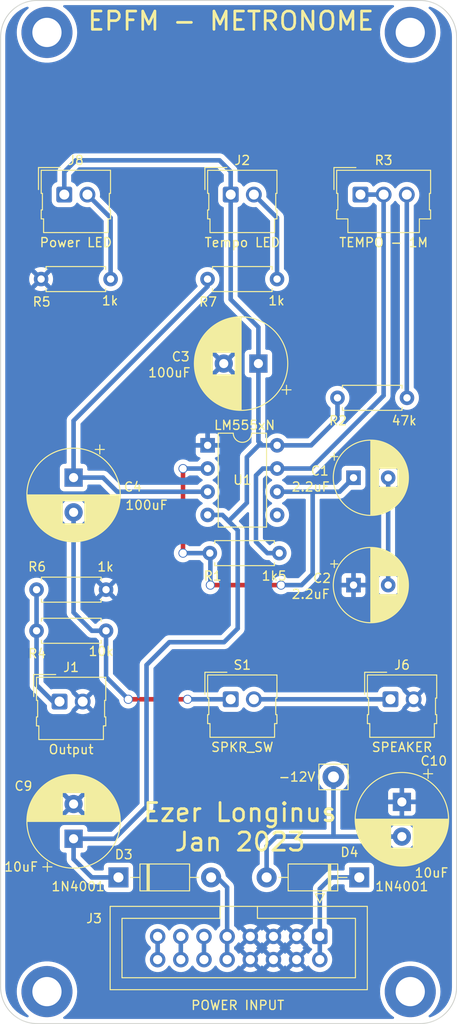
<source format=kicad_pcb>
(kicad_pcb (version 20211014) (generator pcbnew)
  (layers (0 "F.Cu" signal) (31 "B.Cu" signal) (34 "B.Paste" user) (35 "F.Paste" user) (36 "B.SilkS" user "B.Silkscreen") (37 "F.SilkS" user "F.Silkscreen") (38 "B.Mask" user) (39 "F.Mask" user) (44 "Edge.Cuts" user))
  (net 0 "")
  (net 1 "Earth")
  (net 2 "Net-(C1-Pad2)")
  (net 3 "VCC")
  (net 4 "Net-(C1-Pad1)")
  (net 5 "Net-(J1-Pad1)")
  (net 6 "Net-(C4-Pad1)")
  (net 7 "Net-(C4-Pad2)")
  (net 8 "Net-(R1-Pad2)")
  (net 9 "Net-(J6-Pad1)")
  (net 11 "Net-(J2-Pad2)")
  (net 12 "Net-(C10-Pad2)")
  (net 13 "+12V")
  (net 14 "-12V")
  (net 15 "+5V")
  (net 16 "CV")
  (net 17 "GATE")
  (net 18 "Net-(R2-Pad2)")
  (net 19 "Net-(J8-Pad2)")
  (footprint "MountingHole:MountingHole_3.2mm_M3_DIN965_Pad" (layer "F.Cu") (at 144.92 43.5)
    (fp_text reference "H2")
    (fp_text value "MountingHole")
    (pad "1" thru_hole circle (at 0 0) (size 5.6 5.6) (drill 3.2) (layers *.Cu *.Mask))
  )
  (footprint "Connector_Pin:Pin_D1.2mm_L10.2mm_W2.9mm_FlatFork" (layer "F.Cu") (at 136.5 125)
    (fp_text reference "-12V" (at -4 0) (layer "F.SilkS"))
    (fp_text value "TestPoint")
    (pad "1" thru_hole circle (at 0 0) (size 2.4 2.4) (drill 1.2) (layers *.Cu *.Mask) (net 12 "Net-(C10-Pad2)"))
  )
  (footprint "Connector_Molex:Molex_SL_171971-0002_1x02_P2.54mm_Vertical" (layer "F.Cu") (at 125.23 61.25)
    (fp_text reference "J2" (at 1.27 -3.75) (layer "F.SilkS"))
    (fp_text value "Tempo LED" (at 1.27 5.25) (layer "F.SilkS"))
    (pad "1" thru_hole roundrect (at 0 0) (size 1.74 1.74) (drill 1.09) (layers *.Cu *.Mask) (roundrect_rratio 0.143678) (net 3 "VCC"))
    (pad "2" thru_hole circle (at 2.54 0) (size 1.74 1.74) (drill 1.09) (layers *.Cu *.Mask) (net 11 "Net-(J2-Pad2)"))
  )
  (footprint "Capacitor_THT:CP_Radial_D8.0mm_P3.80mm" (layer "F.Cu") (at 138.697349 104)
    (fp_text reference "C2" (at -3.447349 -0.75) (layer "F.SilkS"))
    (fp_text value "2.2uF" (at -4.697349 1) (layer "F.SilkS"))
    (pad "1" thru_hole rect (at 0 0) (size 1.6 1.6) (drill 0.8) (layers *.Cu *.Mask) (net 1 "Earth"))
    (pad "2" thru_hole circle (at 3.8 0) (size 1.6 1.6) (drill 0.8) (layers *.Cu *.Mask) (net 2 "Net-(C1-Pad2)"))
  )
  (footprint "Resistor_THT:R_Axial_DIN0207_L6.3mm_D2.5mm_P7.62mm_Horizontal" (layer "F.Cu") (at 111.56 109 180)
    (fp_text reference "R4" (at 7.56 -2.5) (layer "F.SilkS"))
    (fp_text value "10k" (at 0.54 -2.25) (layer "F.SilkS"))
    (pad "1" thru_hole circle (at 0 0 180) (size 1.6 1.6) (drill 0.8) (layers *.Cu *.Mask) (net 7 "Net-(C4-Pad2)"))
    (pad "2" thru_hole oval (at 7.62 0 180) (size 1.6 1.6) (drill 0.8) (layers *.Cu *.Mask) (net 5 "Net-(J1-Pad1)"))
  )
  (footprint "Resistor_THT:R_Axial_DIN0207_L6.3mm_D2.5mm_P7.62mm_Horizontal" (layer "F.Cu") (at 122.94 100.5)
    (fp_text reference "R1" (at 0.31 2.5) (layer "F.SilkS"))
    (fp_text value "1k5" (at 7.06 2.5) (layer "F.SilkS"))
    (pad "1" thru_hole circle (at 0 0) (size 1.6 1.6) (drill 0.8) (layers *.Cu *.Mask) (net 4 "Net-(C1-Pad1)"))
    (pad "2" thru_hole oval (at 7.62 0) (size 1.6 1.6) (drill 0.8) (layers *.Cu *.Mask) (net 8 "Net-(R1-Pad2)"))
  )
  (footprint "Capacitor_THT:CP_Radial_D10.0mm_P3.80mm" (layer "F.Cu") (at 128.267677 79.75 180)
    (fp_text reference "C3" (at 8.517677 0.75) (layer "F.SilkS"))
    (fp_text value "100uF" (at 9.767677 -1) (layer "F.SilkS"))
    (pad "1" thru_hole rect (at 0 0 180) (size 2 2) (drill 1) (layers *.Cu *.Mask) (net 3 "VCC"))
    (pad "2" thru_hole circle (at 3.8 0 180) (size 2 2) (drill 1) (layers *.Cu *.Mask) (net 1 "Earth"))
  )
  (footprint "Capacitor_THT:CP_Radial_D10.0mm_P3.80mm" (layer "F.Cu") (at 144 127.732323 -90)
    (fp_text reference "C10" (at -4.482323 -3.5 180) (layer "F.SilkS"))
    (fp_text value "10uF" (at 7.767677 -3.25 180) (layer "F.SilkS"))
    (pad "1" thru_hole rect (at 0 0 270) (size 2 2) (drill 1) (layers *.Cu *.Mask) (net 1 "Earth"))
    (pad "2" thru_hole circle (at 3.8 0 270) (size 2 2) (drill 1) (layers *.Cu *.Mask) (net 12 "Net-(C10-Pad2)"))
  )
  (footprint "Capacitor_THT:CP_Radial_D10.0mm_P3.80mm" (layer "F.Cu") (at 108 131.767677 90)
    (fp_text reference "C9" (at 5.767677 -5.5 180) (layer "F.SilkS"))
    (fp_text value "10uF" (at -3.079646 -5.75 180) (layer "F.SilkS"))
    (pad "1" thru_hole rect (at 0 0 90) (size 2 2) (drill 1) (layers *.Cu *.Mask) (net 3 "VCC"))
    (pad "2" thru_hole circle (at 3.8 0 90) (size 2 2) (drill 1) (layers *.Cu *.Mask) (net 1 "Earth"))
  )
  (footprint "Resistor_THT:R_Axial_DIN0207_L6.3mm_D2.5mm_P7.62mm_Horizontal" (layer "F.Cu") (at 104.44 70.5)
    (fp_text reference "R5" (at 0.06 2.5) (layer "F.SilkS"))
    (fp_text value "1k" (at 7.56 2.37) (layer "F.SilkS"))
    (pad "1" thru_hole circle (at 0 0) (size 1.6 1.6) (drill 0.8) (layers *.Cu *.Mask) (net 1 "Earth"))
    (pad "2" thru_hole oval (at 7.62 0) (size 1.6 1.6) (drill 0.8) (layers *.Cu *.Mask) (net 19 "Net-(J8-Pad2)"))
  )
  (footprint "Diode_THT:D_DO-41_SOD81_P10.16mm_Horizontal" (layer "F.Cu") (at 139.33 136 180)
    (fp_text reference "D4" (at 1.08 2.75) (layer "F.SilkS"))
    (fp_text value "1N4001" (at -4.67 -1) (layer "F.SilkS"))
    (pad "1" thru_hole rect (at 0 0 180) (size 2.2 2.2) (drill 1.1) (layers *.Cu *.Mask) (net 14 "-12V"))
    (pad "2" thru_hole oval (at 10.16 0 180) (size 2.2 2.2) (drill 1.1) (layers *.Cu *.Mask) (net 12 "Net-(C10-Pad2)"))
  )
  (footprint "Connector_Molex:Molex_SL_171971-0002_1x02_P2.54mm_Vertical" (layer "F.Cu") (at 142.75 116.5)
    (fp_text reference "J6" (at 1.27 -3.75) (layer "F.SilkS"))
    (fp_text value "SPEAKER" (at 1.27 5.25) (layer "F.SilkS"))
    (pad "1" thru_hole roundrect (at 0 0) (size 1.74 1.74) (drill 1.09) (layers *.Cu *.Mask) (roundrect_rratio 0.143678) (net 9 "Net-(J6-Pad1)"))
    (pad "2" thru_hole circle (at 2.54 0) (size 1.74 1.74) (drill 1.09) (layers *.Cu *.Mask) (net 1 "Earth"))
  )
  (footprint "Diode_THT:D_DO-41_SOD81_P10.16mm_Horizontal" (layer "F.Cu") (at 112.92 136)
    (fp_text reference "D3" (at 0.58 -2.5) (layer "F.SilkS"))
    (fp_text value "1N4001" (at -4.42 1) (layer "F.SilkS"))
    (pad "1" thru_hole rect (at 0 0) (size 2.2 2.2) (drill 1.1) (layers *.Cu *.Mask) (net 3 "VCC"))
    (pad "2" thru_hole oval (at 10.16 0) (size 2.2 2.2) (drill 1.1) (layers *.Cu *.Mask) (net 13 "+12V"))
  )
  (footprint "Connector_Molex:Molex_SL_171971-0003_1x03_P2.54mm_Vertical" (layer "F.Cu") (at 139.46 61.25)
    (fp_text reference "R3" (at 2.54 -3.75) (layer "F.SilkS"))
    (fp_text value "TEMPO - 1M" (at 2.54 5.25) (layer "F.SilkS"))
    (pad "1" thru_hole roundrect (at 0 0) (size 1.74 1.74) (drill 1.09) (layers *.Cu *.Mask) (roundrect_rratio 0.143678) (net 8 "Net-(R1-Pad2)"))
    (pad "2" thru_hole circle (at 2.54 0) (size 1.74 1.74) (drill 1.09) (layers *.Cu *.Mask) (net 8 "Net-(R1-Pad2)"))
    (pad "3" thru_hole circle (at 5.08 0) (size 1.74 1.74) (drill 1.09) (layers *.Cu *.Mask) (net 18 "Net-(R2-Pad2)"))
  )
  (footprint "Connector_Molex:Molex_SL_171971-0002_1x02_P2.54mm_Vertical" (layer "F.Cu") (at 106.98 61.25)
    (fp_text reference "J8" (at 1.27 -3.75) (layer "F.SilkS"))
    (fp_text value "Power LED" (at 1.27 5.25) (layer "F.SilkS"))
    (pad "1" thru_hole roundrect (at 0 0) (size 1.74 1.74) (drill 1.09) (layers *.Cu *.Mask) (roundrect_rratio 0.143678) (net 3 "VCC"))
    (pad "2" thru_hole circle (at 2.54 0) (size 1.74 1.74) (drill 1.09) (layers *.Cu *.Mask) (net 19 "Net-(J8-Pad2)"))
  )
  (footprint "Package_DIP:DIP-8_W7.62mm" (layer "F.Cu") (at 122.7 88.7)
    (fp_text reference "U1" (at 3.81 3.8) (layer "F.SilkS"))
    (fp_text value "LM555xN" (at 4.05 -2.2) (layer "F.SilkS"))
    (pad "1" thru_hole rect (at 0 0) (size 1.6 1.6) (drill 0.8) (layers *.Cu *.Mask) (net 1 "Earth"))
    (pad "2" thru_hole oval (at 0 2.54) (size 1.6 1.6) (drill 0.8) (layers *.Cu *.Mask) (net 4 "Net-(C1-Pad1)"))
    (pad "3" thru_hole oval (at 0 5.08) (size 1.6 1.6) (drill 0.8) (layers *.Cu *.Mask) (net 6 "Net-(C4-Pad1)"))
    (pad "4" thru_hole oval (at 0 7.62) (size 1.6 1.6) (drill 0.8) (layers *.Cu *.Mask) (net 3 "VCC"))
    (pad "5" thru_hole oval (at 7.62 7.62) (size 1.6 1.6) (drill 0.8) (layers *.Cu *.Mask))
    (pad "6" thru_hole oval (at 7.62 5.08) (size 1.6 1.6) (drill 0.8) (layers *.Cu *.Mask) (net 4 "Net-(C1-Pad1)"))
    (pad "7" thru_hole oval (at 7.62 2.54) (size 1.6 1.6) (drill 0.8) (layers *.Cu *.Mask) (net 8 "Net-(R1-Pad2)"))
    (pad "8" thru_hole oval (at 7.62 0) (size 1.6 1.6) (drill 0.8) (layers *.Cu *.Mask) (net 3 "VCC"))
  )
  (footprint "Capacitor_THT:CP_Radial_D10.0mm_P3.80mm" (layer "F.Cu") (at 108 92.232323 -90)
    (fp_text reference "C4" (at 1.017677 -6.5 180) (layer "F.SilkS"))
    (fp_text value "100uF" (at 3.017677 -8 180) (layer "F.SilkS"))
    (pad "1" thru_hole rect (at 0 0 270) (size 2 2) (drill 1) (layers *.Cu *.Mask) (net 6 "Net-(C4-Pad1)"))
    (pad "2" thru_hole circle (at 3.8 0 270) (size 2 2) (drill 1) (layers *.Cu *.Mask) (net 7 "Net-(C4-Pad2)"))
  )
  (footprint "Resistor_THT:R_Axial_DIN0207_L6.3mm_D2.5mm_P7.62mm_Horizontal" (layer "F.Cu") (at 111.56 104.5 180)
    (fp_text reference "R6" (at 7.56 2.5) (layer "F.SilkS"))
    (fp_text value "1k" (at 0.06 2.5) (layer "F.SilkS"))
    (pad "1" thru_hole circle (at 0 0 180) (size 1.6 1.6) (drill 0.8) (layers *.Cu *.Mask) (net 1 "Earth"))
    (pad "2" thru_hole oval (at 7.62 0 180) (size 1.6 1.6) (drill 0.8) (layers *.Cu *.Mask) (net 5 "Net-(J1-Pad1)"))
  )
  (footprint "Resistor_THT:R_Axial_DIN0207_L6.3mm_D2.5mm_P7.62mm_Horizontal" (layer "F.Cu") (at 122.69 70.5)
    (fp_text reference "R7" (at 0.06 2.5) (layer "F.SilkS"))
    (fp_text value "1k" (at 7.56 2.37) (layer "F.SilkS"))
    (pad "1" thru_hole circle (at 0 0) (size 1.6 1.6) (drill 0.8) (layers *.Cu *.Mask) (net 6 "Net-(C4-Pad1)"))
    (pad "2" thru_hole oval (at 7.62 0) (size 1.6 1.6) (drill 0.8) (layers *.Cu *.Mask) (net 11 "Net-(J2-Pad2)"))
  )
  (footprint "Connector_IDC:IDC-Header_2x08_P2.54mm_Vertical" (layer "F.Cu") (at 135 142.46 -90)
    (fp_text reference "J3" (at -1.96 24.75) (layer "F.SilkS"))
    (fp_text value "POWER INPUT" (at 7.54 9 180) (layer "F.SilkS"))
    (pad "1" thru_hole roundrect (at 0 0 270) (size 1.7 1.7) (drill 1) (layers *.Cu *.Mask) (roundrect_rratio 0.1470588235) (net 14 "-12V"))
    (pad "2" thru_hole circle (at 2.54 0 270) (size 1.7 1.7) (drill 1) (layers *.Cu *.Mask) (net 14 "-12V"))
    (pad "3" thru_hole circle (at 0 2.54 270) (size 1.7 1.7) (drill 1) (layers *.Cu *.Mask) (net 1 "Earth"))
    (pad "4" thru_hole circle (at 2.54 2.54 270) (size 1.7 1.7) (drill 1) (layers *.Cu *.Mask) (net 1 "Earth"))
    (pad "5" thru_hole circle (at 0 5.08 270) (size 1.7 1.7) (drill 1) (layers *.Cu *.Mask) (net 1 "Earth"))
    (pad "6" thru_hole circle (at 2.54 5.08 270) (size 1.7 1.7) (drill 1) (layers *.Cu *.Mask) (net 1 "Earth"))
    (pad "7" thru_hole circle (at 0 7.62 270) (size 1.7 1.7) (drill 1) (layers *.Cu *.Mask) (net 1 "Earth"))
    (pad "8" thru_hole circle (at 2.54 7.62 270) (size 1.7 1.7) (drill 1) (layers *.Cu *.Mask) (net 1 "Earth"))
    (pad "9" thru_hole circle (at 0 10.16 270) (size 1.7 1.7) (drill 1) (layers *.Cu *.Mask) (net 13 "+12V"))
    (pad "10" thru_hole circle (at 2.54 10.16 270) (size 1.7 1.7) (drill 1) (layers *.Cu *.Mask) (net 13 "+12V"))
    (pad "11" thru_hole circle (at 0 12.7 270) (size 1.7 1.7) (drill 1) (layers *.Cu *.Mask) (net 15 "+5V"))
    (pad "12" thru_hole circle (at 2.54 12.7 270) (size 1.7 1.7) (drill 1) (layers *.Cu *.Mask) (net 15 "+5V"))
    (pad "13" thru_hole circle (at 0 15.24 270) (size 1.7 1.7) (drill 1) (layers *.Cu *.Mask) (net 16 "CV"))
    (pad "14" thru_hole circle (at 2.54 15.24 270) (size 1.7 1.7) (drill 1) (layers *.Cu *.Mask) (net 16 "CV"))
    (pad "15" thru_hole circle (at 0 17.78 270) (size 1.7 1.7) (drill 1) (layers *.Cu *.Mask) (net 17 "GATE"))
    (pad "16" thru_hole circle (at 2.54 17.78 270) (size 1.7 1.7) (drill 1) (layers *.Cu *.Mask) (net 17 "GATE"))
  )
  (footprint "MountingHole:MountingHole_3.2mm_M3_DIN965_Pad" (layer "F.Cu") (at 144.92 148.5)
    (fp_text reference "H4")
    (fp_text value "MountingHole")
    (pad "1" thru_hole circle (at 0 0) (size 5.6 5.6) (drill 3.2) (layers *.Cu *.Mask))
  )
  (footprint "MountingHole:MountingHole_3.2mm_M3_DIN965_Pad" (layer "F.Cu") (at 105.08 43.5)
    (fp_text reference "H1")
    (fp_text value "MountingHole")
    (pad "1" thru_hole circle (at 0 0) (size 5.6 5.6) (drill 3.2) (layers *.Cu *.Mask))
  )
  (footprint "Capacitor_THT:CP_Radial_D8.0mm_P3.80mm" (layer "F.Cu") (at 138.697349 92.25)
    (fp_text reference "C1" (at -3.697349 -0.75) (layer "F.SilkS"))
    (fp_text value "2.2uF" (at -4.697349 1) (layer "F.SilkS"))
    (pad "1" thru_hole rect (at 0 0) (size 1.6 1.6) (drill 0.8) (layers *.Cu *.Mask) (net 4 "Net-(C1-Pad1)"))
    (pad "2" thru_hole circle (at 3.8 0) (size 1.6 1.6) (drill 0.8) (layers *.Cu *.Mask) (net 2 "Net-(C1-Pad2)"))
  )
  (footprint "Resistor_THT:R_Axial_DIN0207_L6.3mm_D2.5mm_P7.62mm_Horizontal" (layer "F.Cu") (at 136.94 83.5)
    (fp_text reference "R2" (at 0.06 2.5) (layer "F.SilkS"))
    (fp_text value "47k" (at 7.31 2.5) (layer "F.SilkS"))
    (pad "1" thru_hole circle (at 0 0) (size 1.6 1.6) (drill 0.8) (layers *.Cu *.Mask) (net 3 "VCC"))
    (pad "2" thru_hole oval (at 7.62 0) (size 1.6 1.6) (drill 0.8) (layers *.Cu *.Mask) (net 18 "Net-(R2-Pad2)"))
  )
  (footprint "Connector_Molex:Molex_SL_171971-0002_1x02_P2.54mm_Vertical" (layer "F.Cu") (at 125.23 116.5)
    (fp_text reference "S1" (at 1.27 -3.75) (layer "F.SilkS"))
    (fp_text value "SPKR_SW" (at 1.27 5.25) (layer "F.SilkS"))
    (pad "1" thru_hole roundrect (at 0 0) (size 1.74 1.74) (drill 1.09) (layers *.Cu *.Mask) (roundrect_rratio 0.143678) (net 7 "Net-(C4-Pad2)"))
    (pad "2" thru_hole circle (at 2.54 0) (size 1.74 1.74) (drill 1.09) (layers *.Cu *.Mask) (net 9 "Net-(J6-Pad1)"))
  )
  (footprint "MountingHole:MountingHole_3.2mm_M3_DIN965_Pad" (layer "F.Cu") (at 105.08 148.5)
    (fp_text reference "H3")
    (fp_text value "MountingHole")
    (pad "1" thru_hole circle (at 0 0) (size 5.6 5.6) (drill 3.2) (layers *.Cu *.Mask))
  )
  (footprint "Connector_Molex:Molex_SL_171971-0002_1x02_P2.54mm_Vertical" (layer "F.Cu") (at 106.46 116.75)
    (fp_text reference "J1" (at 1.27 -3.75) (layer "F.SilkS"))
    (fp_text value "Output" (at 1.27 5.25) (layer "F.SilkS"))
    (pad "1" thru_hole roundrect (at 0 0) (size 1.74 1.74) (drill 1.09) (layers *.Cu *.Mask) (roundrect_rratio 0.143678) (net 5 "Net-(J1-Pad1)"))
    (pad "2" thru_hole circle (at 2.54 0) (size 1.74 1.74) (drill 1.09) (layers *.Cu *.Mask) (net 1 "Earth"))
  )
  (gr_arc (start 150 148) (mid 148.828427 150.828427) (end 146 152) (layer "Edge.Cuts") (width 0.1))
  (gr_arc (start 100 44) (mid 101.171573 41.171573) (end 104 40) (layer "Edge.Cuts") (width 0.1))
  (gr_line (start 146 40) (end 104 40) (layer "Edge.Cuts") (width 0.1))
  (gr_line (start 104 152) (end 146 152) (layer "Edge.Cuts") (width 0.1))
  (gr_line (start 100 148) (end 100 44) (layer "Edge.Cuts") (width 0.1))
  (gr_arc (start 104 152) (mid 101.171573 150.828427) (end 100 148) (layer "Edge.Cuts") (width 0.1))
  (gr_arc (start 146 40) (mid 148.828427 41.171573) (end 150 44) (layer "Edge.Cuts") (width 0.1))
  (gr_line (start 150 44) (end 150 148) (layer "Edge.Cuts") (width 0.1))
  (gr_text "EPFM - METRONOME\n" (at 125.25 42.25) (layer "F.SilkS") (effects (font (size 2 2) (thickness 0.3))))
  (gr_text "Ezer Longinus\nJan 2023" (at 126.25 130.5) (layer "F.SilkS") (effects (font (size 2 2) (thickness 0.3))))
  (segment (start 122.7 81.517677) (end 124.467677 79.75) (width 0.5) (layer "B.Cu") (net 1))
  (segment (start 122.7 88.7) (end 122.7 81.517677) (width 0.5) (layer "B.Cu") (net 1))
  (segment (start 142.497349 92.25) (end 142.497349 104) (width 0.5) (layer "B.Cu") (net 2))
  (segment (start 128.267677 79.75) (end 128.267677 88.267677) (width 0.5) (layer "B.Cu") (net 3))
  (segment (start 125 97) (end 126 98) (width 0.5) (layer "B.Cu") (net 3))
  (segment (start 112.482323 131.767677) (end 108 131.767677) (width 0.5) (layer "B.Cu") (net 3))
  (segment (start 108.25 57.5) (end 124 57.5) (width 0.5) (layer "B.Cu") (net 3))
  (segment (start 124.32 96.32) (end 125 97) (width 0.5) (layer "B.Cu") (net 3))
  (segment (start 125.23 58.73) (end 125.23 61.25) (width 0.5) (layer "B.Cu") (net 3))
  (segment (start 116 128.25) (end 112.482323 131.767677) (width 0.5) (layer "B.Cu") (net 3))
  (segment (start 110 136) (end 112.92 136) (width 0.5) (layer "B.Cu") (net 3))
  (segment (start 124 57.5) (end 125.23 58.73) (width 0.5) (layer "B.Cu") (net 3))
  (segment (start 126 98) (end 126 108.75) (width 0.5) (layer "B.Cu") (net 3))
  (segment (start 128.3 88.7) (end 128.7 88.7) (width 0.5) (layer "B.Cu") (net 3))
  (segment (start 136.94 85.81) (end 134.05 88.7) (width 0.5) (layer "B.Cu") (net 3))
  (segment (start 128.267677 88.267677) (end 128.7 88.7) (width 0.5) (layer "B.Cu") (net 3))
  (segment (start 124.5 110.25) (end 118.5 110.25) (width 0.5) (layer "B.Cu") (net 3))
  (segment (start 106.98 58.77) (end 108.25 57.5) (width 0.5) (layer "B.Cu") (net 3))
  (segment (start 136.94 83.5) (end 136.94 85.81) (width 0.5) (layer "B.Cu") (net 3))
  (segment (start 122.7 96.32) (end 124.32 96.32) (width 0.5) (layer "B.Cu") (net 3))
  (segment (start 128.267677 79.75) (end 128.267677 75.767677) (width 0.5) (layer "B.Cu") (net 3))
  (segment (start 125 97) (end 127 95) (width 0.5) (layer "B.Cu") (net 3))
  (segment (start 134.05 88.7) (end 130.32 88.7) (width 0.5) (layer "B.Cu") (net 3))
  (segment (start 127 95) (end 127 90) (width 0.5) (layer "B.Cu") (net 3))
  (segment (start 106.98 61.25) (end 106.98 58.77) (width 0.5) (layer "B.Cu") (net 3))
  (segment (start 116 112.75) (end 116 128.25) (width 0.5) (layer "B.Cu") (net 3))
  (segment (start 108 131.767677) (end 108 134) (width 0.5) (layer "B.Cu") (net 3))
  (segment (start 125.23 72.73) (end 125.23 61.25) (width 0.5) (layer "B.Cu") (net 3))
  (segment (start 118.5 110.25) (end 116 112.75) (width 0.5) (layer "B.Cu") (net 3))
  (segment (start 126 108.75) (end 124.5 110.25) (width 0.5) (layer "B.Cu") (net 3))
  (segment (start 130.32 88.7) (end 128.7 88.7) (width 0.5) (layer "B.Cu") (net 3))
  (segment (start 128.267677 75.767677) (end 125.23 72.73) (width 0.5) (layer "B.Cu") (net 3))
  (segment (start 127 90) (end 128.3 88.7) (width 0.5) (layer "B.Cu") (net 3))
  (segment (start 108 134) (end 110 136) (width 0.5) (layer "B.Cu") (net 3))
  (segment (start 120 91.25) (end 120 100.5) (width 0.5) (layer "F.Cu") (net 4))
  (segment (start 130.75 104) (end 123 104) (width 0.5) (layer "F.Cu") (net 4))
  (via (at 123 104) (size 1) (drill 0.8) (layers "F.Cu" "B.Cu") (net 4))
  (via (at 120 100.5) (size 1) (drill 0.8) (layers "F.Cu" "B.Cu") (net 4))
  (via (at 120 91.25) (size 1) (drill 0.8) (layers "F.Cu" "B.Cu") (net 4))
  (via (at 130.75 104) (size 1) (drill 0.8) (layers "F.Cu" "B.Cu") (net 4))
  (segment (start 133 104) (end 130.75 104) (width 0.5) (layer "B.Cu") (net 4))
  (segment (start 134.22 93.78) (end 134.22 102.78) (width 0.5) (layer "B.Cu") (net 4))
  (segment (start 130.32 93.78) (end 134.22 93.78) (width 0.5) (layer "B.Cu") (net 4))
  (segment (start 123 104) (end 123 100.56) (width 0.5) (layer "B.Cu") (net 4))
  (segment (start 134.22 102.78) (end 133 104) (width 0.5) (layer "B.Cu") (net 4))
  (segment (start 120 100.5) (end 122.94 100.5) (width 0.5) (layer "B.Cu") (net 4))
  (segment (start 122.7 91.24) (end 120.01 91.24) (width 0.5) (layer "B.Cu") (net 4))
  (segment (start 123 100.56) (end 122.94 100.5) (width 0.5) (layer "B.Cu") (net 4))
  (segment (start 134.22 93.78) (end 137.167349 93.78) (width 0.5) (layer "B.Cu") (net 4))
  (segment (start 137.167349 93.78) (end 138.697349 92.25) (width 0.5) (layer "B.Cu") (net 4))
  (segment (start 120.01 91.24) (end 120 91.25) (width 0.5) (layer "B.Cu") (net 4))
  (segment (start 103.94 104.5) (end 103.94 109) (width 0.5) (layer "B.Cu") (net 5))
  (segment (start 105.75 116.75) (end 103.94 114.94) (width 0.5) (layer "B.Cu") (net 5))
  (segment (start 106.46 116.75) (end 105.75 116.75) (width 0.5) (layer "B.Cu") (net 5))
  (segment (start 103.94 114.94) (end 103.94 109) (width 0.5) (layer "B.Cu") (net 5))
  (segment (start 122.69 70.5) (end 122.69 71.31) (width 0.5) (layer "B.Cu") (net 6))
  (segment (start 112.78 93.78) (end 111.232323 92.232323) (width 0.5) (layer "B.Cu") (net 6))
  (segment (start 111.232323 92.232323) (end 108 92.232323) (width 0.5) (layer "B.Cu") (net 6))
  (segment (start 122.7 93.78) (end 112.78 93.78) (width 0.5) (layer "B.Cu") (net 6))
  (segment (start 108 86) (end 108 92.232323) (width 0.5) (layer "B.Cu") (net 6))
  (segment (start 122.69 71.31) (end 108 86) (width 0.5) (layer "B.Cu") (net 6))
  (segment (start 120.5 116.5) (end 114 116.5) (width 0.5) (layer "F.Cu") (net 7))
  (via (at 120.5 116.5) (size 1) (drill 0.8) (layers "F.Cu" "B.Cu") (net 7))
  (via (at 114 116.5) (size 1) (drill 0.8) (layers "F.Cu" "B.Cu") (net 7))
  (segment (start 110 109) (end 111.56 109) (width 0.5) (layer "B.Cu") (net 7))
  (segment (start 125.23 116.5) (end 120.5 116.5) (width 0.5) (layer "B.Cu") (net 7))
  (segment (start 111.56 114.06) (end 111.56 109) (width 0.5) (layer "B.Cu") (net 7))
  (segment (start 108 107) (end 110 109) (width 0.5) (layer "B.Cu") (net 7))
  (segment (start 108 96.032323) (end 108 107) (width 0.5) (layer "B.Cu") (net 7))
  (segment (start 114 116.5) (end 111.56 114.06) (width 0.5) (layer "B.Cu") (net 7))
  (segment (start 130.32 91.24) (end 128.76 91.24) (width 0.5) (layer "B.Cu") (net 8))
  (segment (start 129.25 100.5) (end 128 99.25) (width 0.5) (layer "B.Cu") (net 8))
  (segment (start 128.76 91.24) (end 128 92) (width 0.5) (layer "B.Cu") (net 8))
  (segment (start 130.56 100.5) (end 129.25 100.5) (width 0.5) (layer "B.Cu") (net 8))
  (segment (start 134.01 91.24) (end 130.32 91.24) (width 0.5) (layer "B.Cu") (net 8))
  (segment (start 128 99.25) (end 128 92) (width 0.5) (layer "B.Cu") (net 8))
  (segment (start 142 61.25) (end 142 83.25) (width 0.5) (layer "B.Cu") (net 8))
  (segment (start 142 83.25) (end 134.01 91.24) (width 0.5) (layer "B.Cu") (net 8))
  (segment (start 139.46 61.25) (end 142 61.25) (width 0.5) (layer "B.Cu") (net 8))
  (segment (start 127.77 116.5) (end 142.75 116.5) (width 0.5) (layer "B.Cu") (net 9))
  (segment (start 130.31 70.19) (end 130.31 70.75) (width 0.5) (layer "B.Cu") (net 11))
  (segment (start 130.31 63.79) (end 130.31 70.19) (width 0.5) (layer "B.Cu") (net 11))
  (segment (start 127.77 61.25) (end 130.31 63.79) (width 0.5) (layer "B.Cu") (net 11))
  (segment (start 130.31 70.5) (end 130.31 70.19) (width 0.5) (layer "B.Cu") (net 11))
  (segment (start 136.5 125) (end 136.5 131.5) (width 0.5) (layer "B.Cu") (net 12))
  (segment (start 136.5 131.5) (end 136.532323 131.532323) (width 0.5) (layer "B.Cu") (net 12))
  (segment (start 130.217677 131.532323) (end 129.17 132.58) (width 0.5) (layer "B.Cu") (net 12))
  (segment (start 129.17 136) (end 129.17 132.58) (width 0.5) (layer "B.Cu") (net 12))
  (segment (start 144 131.532323) (end 136.532323 131.532323) (width 0.5) (layer "B.Cu") (net 12))
  (segment (start 136.532323 131.532323) (end 130.217677 131.532323) (width 0.5) (layer "B.Cu") (net 12))
  (segment (start 124.84 145) (end 124.84 142.46) (width 0.5) (layer "B.Cu") (net 13))
  (segment (start 124.84 137.09) (end 124.84 142.46) (width 0.5) (layer "B.Cu") (net 13))
  (segment (start 123.08 136) (end 123.75 136) (width 0.5) (layer "B.Cu") (net 13))
  (segment (start 123.75 136) (end 124.84 137.09) (width 0.5) (layer "B.Cu") (net 13))
  (segment (start 139.33 136) (end 136.25 136) (width 0.5) (layer "B.Cu") (net 14))
  (segment (start 136.25 136) (end 135 137.25) (width 0.5) (layer "B.Cu") (net 14))
  (segment (start 135 137.25) (end 135 142.46) (width 0.5) (layer "B.Cu") (net 14))
  (segment (start 135 145) (end 135 142.46) (width 0.5) (layer "B.Cu") (net 14))
  (segment (start 122.3 145) (end 122.3 142.46) (width 0.5) (layer "B.Cu") (net 15))
  (segment (start 119.76 145) (end 119.76 142.46) (width 0.5) (layer "B.Cu") (net 16))
  (segment (start 117.22 145) (end 117.22 142.46) (width 0.5) (layer "B.Cu") (net 17))
  (segment (start 144.54 61.25) (end 144.54 83.48) (width 0.5) (layer "B.Cu") (net 18))
  (segment (start 144.54 83.48) (end 144.56 83.5) (width 0.5) (layer "B.Cu") (net 18))
  (segment (start 109.52 61.25) (end 112.06 63.79) (width 0.5) (layer "B.Cu") (net 19))
  (segment (start 112.06 63.79) (end 112.06 70.5) (width 0.5) (layer "B.Cu") (net 19))
  (zone (net 1) (net_name "Earth") (layer "B.Cu") (connect_pads (clearance 0.508)) (min_thickness 0.254) (fill yes (thermal_gap 0.508) (thermal_bridge_width 0.508))
    (polygon (pts (xy 150 152) (xy 100 152) (xy 100 40) (xy 150 40)))
  )
)
</source>
